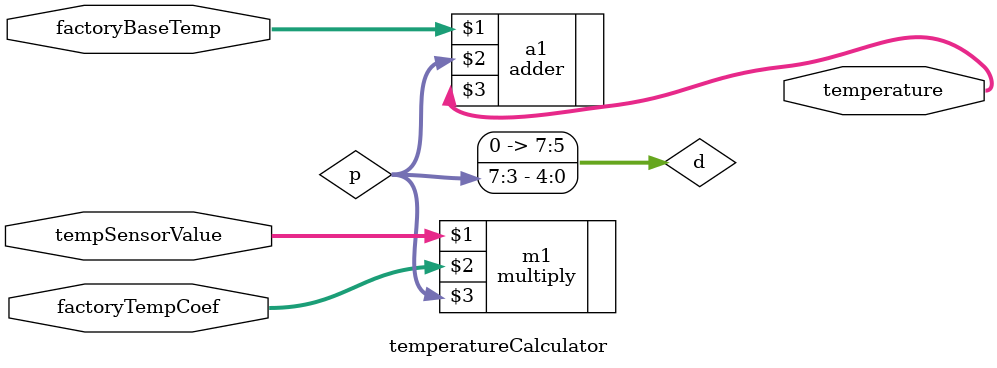
<source format=v>
`timescale 1ns / 1ps
module temperatureCalculator(
	factoryBaseTemp,
	factoryTempCoef,
	tempSensorValue,
	temperature
	);
	
	input [7:0] factoryBaseTemp;
	input [3:0] factoryTempCoef;
	input [3:0] tempSensorValue;
	output [7:0] temperature;
	
	wire [7:0] p;
	wire [7:0] d;

	multiply m1(tempSensorValue, factoryTempCoef, p);
	assign d = {"000", p[7:3]};

	//assign temprature = p;
	adder a1(factoryBaseTemp, p, temperature);

	
endmodule

</source>
